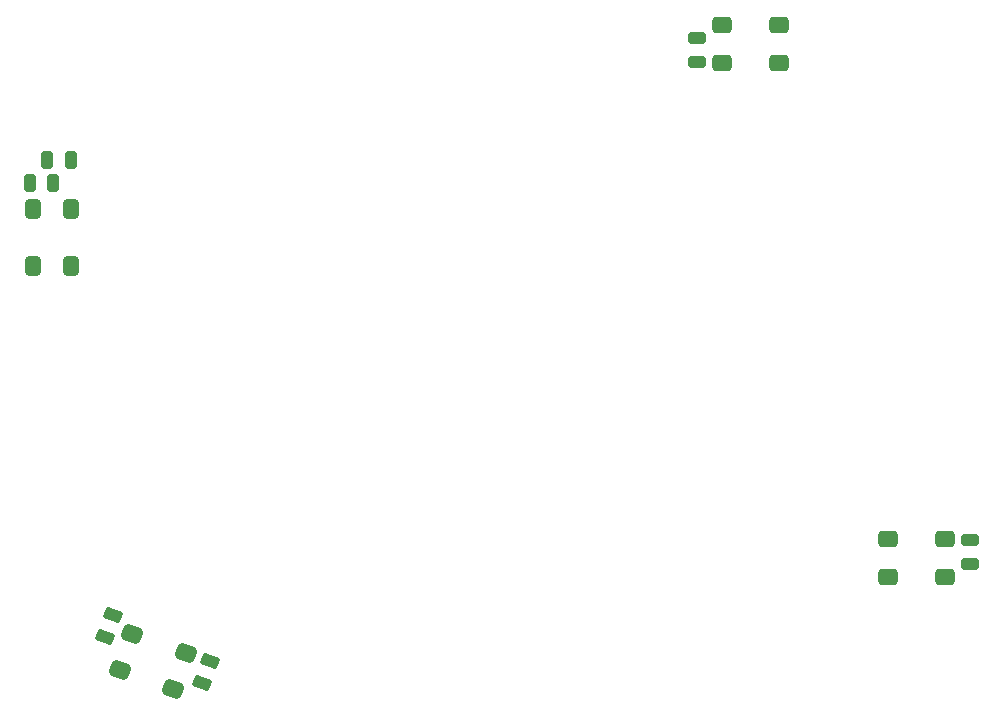
<source format=gbr>
%TF.GenerationSoftware,KiCad,Pcbnew,(6.0.10)*%
%TF.CreationDate,2023-01-19T12:32:56+01:00*%
%TF.ProjectId,QMKMouse,514d4b4d-6f75-4736-952e-6b696361645f,2.001*%
%TF.SameCoordinates,PX5c0b167PY839143b*%
%TF.FileFunction,Paste,Bot*%
%TF.FilePolarity,Positive*%
%FSLAX45Y45*%
G04 Gerber Fmt 4.5, Leading zero omitted, Abs format (unit mm)*
G04 Created by KiCad (PCBNEW (6.0.10)) date 2023-01-19 12:32:56*
%MOMM*%
%LPD*%
G01*
G04 APERTURE LIST*
G04 Aperture macros list*
%AMRoundRect*
0 Rectangle with rounded corners*
0 $1 Rounding radius*
0 $2 $3 $4 $5 $6 $7 $8 $9 X,Y pos of 4 corners*
0 Add a 4 corners polygon primitive as box body*
4,1,4,$2,$3,$4,$5,$6,$7,$8,$9,$2,$3,0*
0 Add four circle primitives for the rounded corners*
1,1,$1+$1,$2,$3*
1,1,$1+$1,$4,$5*
1,1,$1+$1,$6,$7*
1,1,$1+$1,$8,$9*
0 Add four rect primitives between the rounded corners*
20,1,$1+$1,$2,$3,$4,$5,0*
20,1,$1+$1,$4,$5,$6,$7,0*
20,1,$1+$1,$6,$7,$8,$9,0*
20,1,$1+$1,$8,$9,$2,$3,0*%
G04 Aperture macros list end*
%ADD10RoundRect,0.150000X-0.683523X-0.123680X0.444109X-0.534105X0.683523X0.123680X-0.444109X0.534105X0*%
%ADD11RoundRect,0.150000X-0.350000X0.600000X-0.350000X-0.600000X0.350000X-0.600000X0.350000X0.600000X0*%
%ADD12RoundRect,0.150000X-0.600000X-0.350000X0.600000X-0.350000X0.600000X0.350000X-0.600000X0.350000X0*%
%ADD13RoundRect,0.410000X-0.525468X-0.127999X0.320256X-0.435817X0.525468X0.127999X-0.320256X0.435817X0*%
%ADD14RoundRect,0.410000X0.450000X0.300000X-0.450000X0.300000X-0.450000X-0.300000X0.450000X-0.300000X0*%
%ADD15RoundRect,0.150000X0.350000X-0.600000X0.350000X0.600000X-0.350000X0.600000X-0.350000X-0.600000X0*%
%ADD16RoundRect,0.150000X0.600000X0.350000X-0.600000X0.350000X-0.600000X-0.350000X0.600000X-0.350000X0*%
%ADD17RoundRect,0.410000X-0.450000X-0.300000X0.450000X-0.300000X0.450000X0.300000X-0.450000X0.300000X0*%
%ADD18RoundRect,0.410000X0.300000X-0.450000X0.300000X0.450000X-0.300000X0.450000X-0.300000X-0.450000X0*%
G04 APERTURE END LIST*
D10*
%TO.C,LED.R.17*%
X1055716Y915805D03*
X1124284Y1104195D03*
%TD*%
%TO.C,LED.C.21*%
X1875716Y525805D03*
X1944284Y714195D03*
%TD*%
D11*
%TO.C,LED.R.19*%
X569760Y4960000D03*
X770240Y4960000D03*
%TD*%
D12*
%TO.C,LED.C.24*%
X8378543Y1538982D03*
X8378543Y1739462D03*
%TD*%
D13*
%TO.C,LED.D.2*%
X1740250Y778266D03*
X1630804Y477565D03*
X1179751Y641735D03*
X1289197Y942436D03*
%TD*%
D14*
%TO.C,LED.D.6*%
X6279999Y5780000D03*
X6279999Y6100000D03*
X6760000Y6100000D03*
X6760000Y5780000D03*
%TD*%
D15*
%TO.C,LED.C.28*%
X620240Y4760000D03*
X419760Y4760000D03*
%TD*%
D16*
%TO.C,LED.C.26*%
X6070000Y5990240D03*
X6070000Y5789760D03*
%TD*%
D17*
%TO.C,LED.D.4*%
X8168543Y1749221D03*
X8168543Y1429222D03*
X7688542Y1429222D03*
X7688542Y1749221D03*
%TD*%
D18*
%TO.C,LED.D.8*%
X450000Y4540000D03*
X770000Y4540000D03*
X770000Y4059999D03*
X450000Y4059999D03*
%TD*%
M02*

</source>
